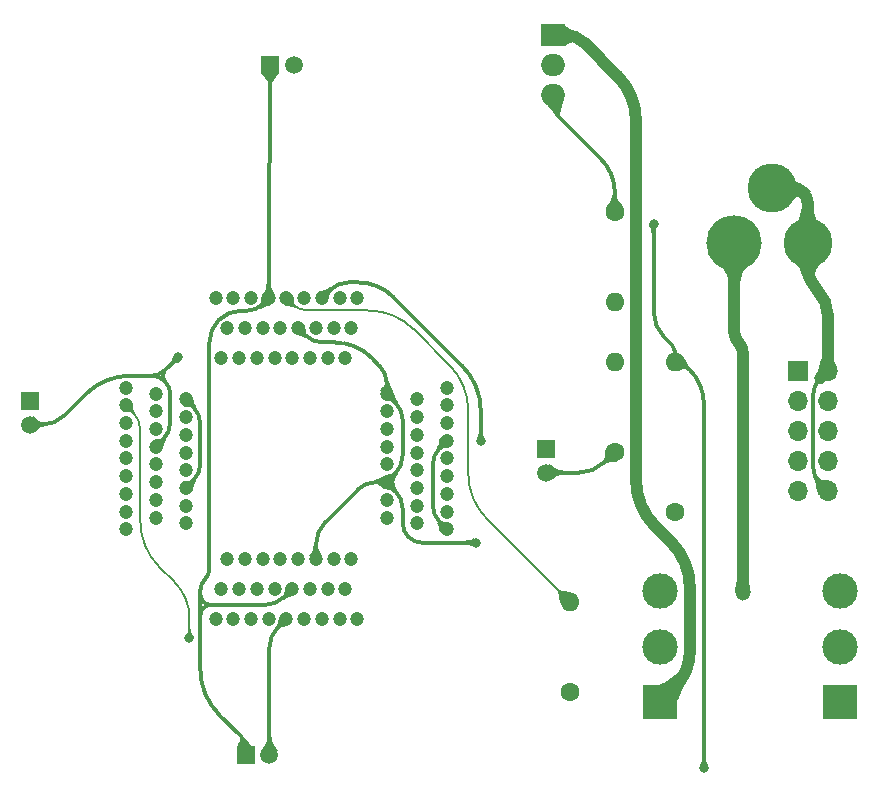
<source format=gbl>
%TF.GenerationSoftware,KiCad,Pcbnew,8.0.7*%
%TF.CreationDate,2025-02-09T12:32:43+02:00*%
%TF.ProjectId,EPM7160S Programmer,45504d37-3136-4305-9320-50726f677261,V0*%
%TF.SameCoordinates,Original*%
%TF.FileFunction,Copper,L2,Bot*%
%TF.FilePolarity,Positive*%
%FSLAX46Y46*%
G04 Gerber Fmt 4.6, Leading zero omitted, Abs format (unit mm)*
G04 Created by KiCad (PCBNEW 8.0.7) date 2025-02-09 12:32:43*
%MOMM*%
%LPD*%
G01*
G04 APERTURE LIST*
%TA.AperFunction,ComponentPad*%
%ADD10R,1.500000X1.500000*%
%TD*%
%TA.AperFunction,ComponentPad*%
%ADD11C,1.500000*%
%TD*%
%TA.AperFunction,ComponentPad*%
%ADD12C,1.600000*%
%TD*%
%TA.AperFunction,ComponentPad*%
%ADD13O,1.600000X1.600000*%
%TD*%
%TA.AperFunction,ComponentPad*%
%ADD14C,4.700000*%
%TD*%
%TA.AperFunction,ComponentPad*%
%ADD15C,4.150000*%
%TD*%
%TA.AperFunction,ComponentPad*%
%ADD16R,3.000000X3.000000*%
%TD*%
%TA.AperFunction,ComponentPad*%
%ADD17C,3.000000*%
%TD*%
%TA.AperFunction,ComponentPad*%
%ADD18R,2.000000X1.905000*%
%TD*%
%TA.AperFunction,ComponentPad*%
%ADD19O,2.000000X1.905000*%
%TD*%
%TA.AperFunction,ComponentPad*%
%ADD20R,1.700000X1.700000*%
%TD*%
%TA.AperFunction,ComponentPad*%
%ADD21O,1.700000X1.700000*%
%TD*%
%TA.AperFunction,ComponentPad*%
%ADD22C,1.200000*%
%TD*%
%TA.AperFunction,ViaPad*%
%ADD23C,0.800000*%
%TD*%
%TA.AperFunction,ViaPad*%
%ADD24C,1.300000*%
%TD*%
%TA.AperFunction,Conductor*%
%ADD25C,0.380000*%
%TD*%
%TA.AperFunction,Conductor*%
%ADD26C,1.000000*%
%TD*%
%TA.AperFunction,Conductor*%
%ADD27C,0.200000*%
%TD*%
G04 APERTURE END LIST*
D10*
%TO.P,C1,1*%
%TO.N,/VCCINT*%
X10356000Y20320000D03*
D11*
%TO.P,C1,2*%
%TO.N,/GND*%
X12356000Y20320000D03*
%TD*%
D12*
%TO.P,R4,1*%
%TO.N,Net-(S1-P1)*%
X35724000Y-32749000D03*
D13*
%TO.P,R4,2*%
%TO.N,/INPUT{slash}OE1*%
X35724000Y-25129000D03*
%TD*%
D14*
%TO.P,J2,INNER,VCC*%
%TO.N,/12V Socket*%
X49657000Y5207000D03*
D15*
%TO.P,J2,SHL1,GND*%
%TO.N,/GND*%
X52857000Y9907000D03*
%TO.P,J2,SHL2,GND*%
X55857000Y5207000D03*
%TD*%
D16*
%TO.P,S2,1,P1*%
%TO.N,/12V*%
X43344000Y-33638000D03*
D17*
%TO.P,S2,2,CM*%
%TO.N,/12V Socket*%
X43344000Y-28939000D03*
%TO.P,S2,3,P2*%
%TO.N,unconnected-(S2-P2-Pad3)*%
X43344000Y-24240000D03*
%TD*%
D18*
%TO.P,U1,1,IN*%
%TO.N,/12V*%
X34290000Y22860000D03*
D19*
%TO.P,U1,2,GND*%
%TO.N,/GND*%
X34290000Y20320000D03*
%TO.P,U1,3,OUT*%
%TO.N,/5V*%
X34290000Y17780000D03*
%TD*%
D12*
%TO.P,R1,1*%
%TO.N,Net-(J3-Pin_4)*%
X44614000Y-17509000D03*
D13*
%TO.P,R1,2*%
%TO.N,/5V*%
X44614000Y-4809000D03*
%TD*%
D10*
%TO.P,C3,1*%
%TO.N,/VCCIO*%
X33692000Y-12191000D03*
D11*
%TO.P,C3,2*%
%TO.N,/GND*%
X33692000Y-14191000D03*
%TD*%
D20*
%TO.P,J3,1,Pin_1*%
%TO.N,/TCK*%
X55028000Y-5571000D03*
D21*
%TO.P,J3,2,Pin_2*%
%TO.N,/GND*%
X57568000Y-5571000D03*
%TO.P,J3,3,Pin_3*%
%TO.N,/TDO*%
X55028000Y-8111000D03*
%TO.P,J3,4,Pin_4*%
%TO.N,Net-(J3-Pin_4)*%
X57568000Y-8111000D03*
%TO.P,J3,5,Pin_5*%
%TO.N,/TMS*%
X55028000Y-10651000D03*
%TO.P,J3,6,Pin_6*%
%TO.N,unconnected-(J3-Pin_6-Pad6)*%
X57568000Y-10651000D03*
%TO.P,J3,7,Pin_7*%
%TO.N,unconnected-(J3-Pin_7-Pad7)*%
X55028000Y-13191000D03*
%TO.P,J3,8,Pin_8*%
%TO.N,unconnected-(J3-Pin_8-Pad8)*%
X57568000Y-13191000D03*
%TO.P,J3,9,Pin_9*%
%TO.N,/TDI*%
X55028000Y-15731000D03*
%TO.P,J3,10,Pin_10*%
%TO.N,/GND*%
X57568000Y-15731000D03*
%TD*%
D12*
%TO.P,R2,1*%
%TO.N,/GND*%
X39534000Y-12429000D03*
D13*
%TO.P,R2,2*%
%TO.N,/TCK*%
X39534000Y-4809000D03*
%TD*%
D12*
%TO.P,R3,1*%
%TO.N,/5V*%
X39534000Y7891000D03*
D13*
%TO.P,R3,2*%
%TO.N,/TMS*%
X39534000Y271000D03*
%TD*%
D22*
%TO.P,J1,1,1*%
%TO.N,/L1*%
X-1850000Y-7000000D03*
%TO.P,J1,2,2*%
%TO.N,/L2*%
X690000Y-7500000D03*
%TO.P,J1,3,3*%
%TO.N,/VCCIO*%
X3230000Y-8000000D03*
%TO.P,J1,4,4*%
%TO.N,/TDI*%
X-1850000Y-8500000D03*
%TO.P,J1,5,5*%
%TO.N,/L5*%
X690000Y-9000000D03*
%TO.P,J1,6,6*%
%TO.N,/L6*%
X3230000Y-9500000D03*
%TO.P,J1,7,7*%
%TO.N,/L7*%
X-1850000Y-10000000D03*
%TO.P,J1,8,8*%
%TO.N,/L8*%
X690000Y-10500000D03*
%TO.P,J1,9,9*%
%TO.N,/L9*%
X3230000Y-11000000D03*
%TO.P,J1,10,10*%
%TO.N,/L10*%
X-1850000Y-11500000D03*
%TO.P,J1,11,11*%
%TO.N,/GND*%
X690000Y-12000000D03*
%TO.P,J1,12,12*%
%TO.N,/L12*%
X3230000Y-12500000D03*
%TO.P,J1,13,13*%
%TO.N,/L13*%
X-1850000Y-13000000D03*
%TO.P,J1,14,14*%
%TO.N,/L14*%
X690000Y-13500000D03*
%TO.P,J1,15,15*%
%TO.N,/TMS*%
X3230000Y-14000000D03*
%TO.P,J1,16,16*%
%TO.N,/L16*%
X-1850000Y-14500000D03*
%TO.P,J1,17,17*%
%TO.N,/L17*%
X690000Y-15000000D03*
%TO.P,J1,18,18*%
%TO.N,/VCCIO*%
X3230000Y-15500000D03*
%TO.P,J1,19,19*%
%TO.N,/L19*%
X-1850000Y-16000000D03*
%TO.P,J1,20,20*%
%TO.N,/L20*%
X690000Y-16500000D03*
%TO.P,J1,21,21*%
%TO.N,/L21*%
X3230000Y-17000000D03*
%TO.P,J1,22,22*%
%TO.N,/L22*%
X-1850000Y-17500000D03*
%TO.P,J1,23,23*%
%TO.N,/L23*%
X690000Y-18000000D03*
%TO.P,J1,24,24*%
%TO.N,/L24*%
X3230000Y-18500000D03*
%TO.P,J1,25,25*%
%TO.N,/L25*%
X-1850000Y-19000000D03*
%TO.P,J1,26,26*%
%TO.N,/GND*%
X5730000Y-26580000D03*
%TO.P,J1,27,27*%
%TO.N,/L27*%
X6230000Y-24040000D03*
%TO.P,J1,28,28*%
%TO.N,/L28*%
X6730000Y-21500000D03*
%TO.P,J1,29,29*%
%TO.N,/L29*%
X7230000Y-26580000D03*
%TO.P,J1,30,30*%
%TO.N,/L30*%
X7730000Y-24040000D03*
%TO.P,J1,31,31*%
%TO.N,/L31*%
X8230000Y-21500000D03*
%TO.P,J1,32,32*%
%TO.N,/L32*%
X8730000Y-26580000D03*
%TO.P,J1,33,33*%
%TO.N,/L33*%
X9230000Y-24040000D03*
%TO.P,J1,34,34*%
%TO.N,/VCCIO*%
X9730000Y-21500000D03*
%TO.P,J1,35,35*%
%TO.N,/L35*%
X10230000Y-26580000D03*
%TO.P,J1,36,36*%
%TO.N,/L36*%
X10730000Y-24040000D03*
%TO.P,J1,37,37*%
%TO.N,/L37*%
X11230000Y-21500000D03*
%TO.P,J1,38,38*%
%TO.N,/GND*%
X11730000Y-26580000D03*
%TO.P,J1,39,39*%
%TO.N,/VCCINT*%
X12230000Y-24040000D03*
%TO.P,J1,40,40*%
%TO.N,/L40*%
X12730000Y-21500000D03*
%TO.P,J1,41,41*%
%TO.N,/L41*%
X13230000Y-26580000D03*
%TO.P,J1,42,42*%
%TO.N,/L42*%
X13730000Y-24040000D03*
%TO.P,J1,43,43*%
%TO.N,/GND*%
X14230000Y-21500000D03*
%TO.P,J1,44,44*%
%TO.N,/L44*%
X14730000Y-26580000D03*
%TO.P,J1,45,45*%
%TO.N,/L45*%
X15230000Y-24040000D03*
%TO.P,J1,46,46*%
%TO.N,/L46*%
X15730000Y-21500000D03*
%TO.P,J1,47,47*%
%TO.N,/L47*%
X16230000Y-26580000D03*
%TO.P,J1,48,48*%
%TO.N,/L48*%
X16730000Y-24040000D03*
%TO.P,J1,49,49*%
%TO.N,/L49*%
X17230000Y-21500000D03*
%TO.P,J1,50,50*%
%TO.N,/L50*%
X17730000Y-26580000D03*
%TO.P,J1,51,51*%
%TO.N,/VCCIO*%
X25310000Y-19000000D03*
%TO.P,J1,52,52*%
%TO.N,/L52*%
X22770000Y-18500000D03*
%TO.P,J1,53,53*%
%TO.N,/L53*%
X20230000Y-18000000D03*
%TO.P,J1,54,54*%
%TO.N,/L54*%
X25310000Y-17500000D03*
%TO.P,J1,55,55*%
%TO.N,/L55*%
X22770000Y-17000000D03*
%TO.P,J1,56,56*%
%TO.N,/L56*%
X20230000Y-16500000D03*
%TO.P,J1,57,57*%
%TO.N,/L57*%
X25310000Y-16000000D03*
%TO.P,J1,58,58*%
%TO.N,/L58*%
X22770000Y-15500000D03*
%TO.P,J1,59,59*%
%TO.N,/GND*%
X20230000Y-15000000D03*
%TO.P,J1,60,60*%
%TO.N,/L60*%
X25310000Y-14500000D03*
%TO.P,J1,61,61*%
%TO.N,/L61*%
X22770000Y-14000000D03*
%TO.P,J1,62,62*%
%TO.N,/TCK*%
X20230000Y-13500000D03*
%TO.P,J1,63,63*%
%TO.N,/L63*%
X25310000Y-13000000D03*
%TO.P,J1,64,64*%
%TO.N,/L64*%
X22770000Y-12500000D03*
%TO.P,J1,65,65*%
%TO.N,/L65*%
X20230000Y-12000000D03*
%TO.P,J1,66,66*%
%TO.N,/VCCIO*%
X25310000Y-11500000D03*
%TO.P,J1,67,67*%
%TO.N,/L67*%
X22770000Y-11000000D03*
%TO.P,J1,68,68*%
%TO.N,/L68*%
X20230000Y-10500000D03*
%TO.P,J1,69,69*%
%TO.N,/L69*%
X25310000Y-10000000D03*
%TO.P,J1,70,70*%
%TO.N,/L70*%
X22770000Y-9500000D03*
%TO.P,J1,71,71*%
%TO.N,/L71*%
X20230000Y-9000000D03*
%TO.P,J1,72,72*%
%TO.N,/L72*%
X25310000Y-8500000D03*
%TO.P,J1,73,73*%
%TO.N,/TDO*%
X22770000Y-8000000D03*
%TO.P,J1,74,74*%
%TO.N,/GND*%
X20230000Y-7500000D03*
%TO.P,J1,75,75*%
%TO.N,/L75*%
X25310000Y-7000000D03*
%TO.P,J1,76,76*%
%TO.N,/L76*%
X17730000Y580000D03*
%TO.P,J1,77,77*%
%TO.N,/L77*%
X17230000Y-1960000D03*
%TO.P,J1,78,78*%
%TO.N,/L78*%
X16730000Y-4500000D03*
%TO.P,J1,79,79*%
%TO.N,/L79*%
X16230000Y580000D03*
%TO.P,J1,80,80*%
%TO.N,/L80*%
X15730000Y-1960000D03*
%TO.P,J1,81,81*%
%TO.N,/L81*%
X15230000Y-4500000D03*
%TO.P,J1,82,82*%
%TO.N,/VCCIO*%
X14730000Y580000D03*
%TO.P,J1,83,83*%
%TO.N,/L83*%
X14230000Y-1960000D03*
%TO.P,J1,84,84*%
%TO.N,/L84*%
X13730000Y-4500000D03*
%TO.P,J1,85,85*%
%TO.N,/L85*%
X13230000Y580000D03*
%TO.P,J1,86,86*%
%TO.N,/GND*%
X12730000Y-1960000D03*
%TO.P,J1,87,87*%
%TO.N,/INPUT{slash}GCLK1*%
X12230000Y-4500000D03*
%TO.P,J1,88,88*%
%TO.N,/INPUT{slash}OE1*%
X11730000Y580000D03*
%TO.P,J1,89,89*%
%TO.N,/INPUT{slash}GCLRn*%
X11230000Y-1960000D03*
%TO.P,J1,90,90*%
%TO.N,/INPUT{slash}OE2{slash}GCLK2*%
X10730000Y-4500000D03*
%TO.P,J1,91,91*%
%TO.N,/VCCINT*%
X10230000Y580000D03*
%TO.P,J1,92,92*%
%TO.N,/L92*%
X9730000Y-1960000D03*
%TO.P,J1,93,93*%
%TO.N,/L93*%
X9230000Y-4500000D03*
%TO.P,J1,94,94*%
%TO.N,/L94*%
X8730000Y580000D03*
%TO.P,J1,95,95*%
%TO.N,/GND*%
X8230000Y-1960000D03*
%TO.P,J1,96,96*%
%TO.N,/L96*%
X7730000Y-4500000D03*
%TO.P,J1,97,97*%
%TO.N,/L97*%
X7230000Y580000D03*
%TO.P,J1,98,98*%
%TO.N,/L98*%
X6730000Y-1960000D03*
%TO.P,J1,99,99*%
%TO.N,/L99*%
X6230000Y-4500000D03*
%TO.P,J1,100,100*%
%TO.N,/L100*%
X5730000Y580000D03*
%TD*%
D16*
%TO.P,S1,1,P1*%
%TO.N,Net-(S1-P1)*%
X58584000Y-33638000D03*
D17*
%TO.P,S1,2,CM*%
%TO.N,/12V*%
X58584000Y-28939000D03*
%TO.P,S1,3,P2*%
%TO.N,unconnected-(S1-P2-Pad3)*%
X58584000Y-24240000D03*
%TD*%
D10*
%TO.P,C2,1*%
%TO.N,/VCCINT*%
X8292000Y-38083000D03*
D11*
%TO.P,C2,2*%
%TO.N,/GND*%
X10292000Y-38083000D03*
%TD*%
D10*
%TO.P,C4,1*%
%TO.N,/VCCIO*%
X-9996000Y-8127000D03*
D11*
%TO.P,C4,2*%
%TO.N,/GND*%
X-9996000Y-10127000D03*
%TD*%
D23*
%TO.N,/VCCIO*%
X28194000Y-11500000D03*
%TO.N,/GND*%
X27751500Y-20131500D03*
X2539988Y-4445000D03*
%TO.N,/TDI*%
X3523800Y-28241600D03*
%TO.N,/5V*%
X47085700Y-39224700D03*
X42813900Y6887400D03*
D24*
%TO.N,/12V Socket*%
X50376500Y-24385200D03*
%TD*%
D25*
%TO.N,/5V*%
X34290000Y17107900D02*
G75*
G03*
X34765245Y15960552I1622600J0D01*
G01*
X45849850Y-5448950D02*
G75*
G02*
X47085718Y-8432555I-2983650J-2983650D01*
G01*
X44403352Y-3406652D02*
G75*
G02*
X44613998Y-3915200I-508552J-508548D01*
G01*
X38366990Y12358809D02*
G75*
G02*
X39534005Y9541400I-2817390J-2817409D01*
G01*
X42813900Y-544337D02*
G75*
G03*
X43713961Y-2717239I3073000J37D01*
G01*
%TO.N,/VCCINT*%
X11550000Y-24720000D02*
G75*
G02*
X9908334Y-25400014I-1641700J1641700D01*
G01*
X10293000Y12001000D02*
G75*
G03*
X10229998Y11848904I152100J-152100D01*
G01*
X5332350Y-25400000D02*
G75*
G03*
X4445000Y-26287350I0J-887350D01*
G01*
X4445000Y-24512650D02*
G75*
G03*
X5332350Y-25400000I887350J0D01*
G01*
X9696850Y46850D02*
G75*
G02*
X8409712Y-486305I-1287150J1287150D01*
G01*
X4445000Y-30840336D02*
G75*
G03*
X6038792Y-34688092I5441552J1D01*
G01*
X7910089Y-486300D02*
G75*
G03*
X6001053Y-1277053I11J-2699800D01*
G01*
X4827650Y-23242650D02*
G75*
G03*
X4444997Y-24166448I923790J-923800D01*
G01*
X6001050Y-1277050D02*
G75*
G03*
X5210296Y-3186089I1909050J-1909050D01*
G01*
X5210300Y-22318851D02*
G75*
G02*
X4827652Y-23242652I-1306460J1D01*
G01*
X7888348Y-36537648D02*
G75*
G02*
X8292022Y-37512150I-974548J-974552D01*
G01*
X10356000Y12153095D02*
G75*
G02*
X10292999Y12001001I-215100J5D01*
G01*
X4445000Y-26287350D02*
X4445000Y-24512650D01*
D26*
%TO.N,/GND*%
X55487000Y9537000D02*
G75*
G03*
X54593740Y9907017I-893300J-893300D01*
G01*
D25*
X-1450036Y-5990000D02*
G75*
G03*
X-5297792Y-7583792I1J-5441552D01*
G01*
D26*
X55487000Y9537000D02*
G75*
G02*
X55857017Y8643740I-893300J-893300D01*
G01*
D25*
X18941500Y-4463500D02*
G75*
G03*
X15830785Y-3175006I-3110700J-3110700D01*
G01*
X323877Y-5990000D02*
G75*
G03*
X1441898Y-5526898I-7J1581130D01*
G01*
X1441900Y-6453100D02*
G75*
G03*
X323877Y-5990001I-1118020J-1118020D01*
G01*
X1441899Y-5526899D02*
G75*
G03*
X1441899Y-6453101I463101J-463101D01*
G01*
X1441900Y-6453100D02*
G75*
G02*
X1904999Y-7571122I-1118020J-1118020D01*
G01*
X19611988Y-5133988D02*
G75*
G02*
X20230007Y-6626000I-1491988J-1492012D01*
G01*
X20910000Y-15680000D02*
G75*
G02*
X21590014Y-17321665I-1641700J-1641700D01*
G01*
D26*
X55857000Y3264859D02*
G75*
G03*
X56712512Y1199512I2920900J41D01*
G01*
D25*
X19315500Y-15000000D02*
G75*
G03*
X17754350Y-15646649I0J-2207800D01*
G01*
X21590000Y-18502066D02*
G75*
G03*
X22067240Y-19654260I1629400J-34D01*
G01*
X21590000Y-12678334D02*
G75*
G02*
X20910001Y-14320001I-2321680J4D01*
G01*
D26*
X57568000Y-4672974D02*
G75*
G02*
X56933008Y-6206008I-2168000J-26D01*
G01*
D25*
X20910000Y-8180000D02*
G75*
G02*
X21590014Y-9821665I-1641700J-1641700D01*
G01*
X2531894Y-4445000D02*
G75*
G03*
X2518088Y-4450735I6J-19500D01*
G01*
D26*
X56712500Y1199500D02*
G75*
G02*
X57568017Y-865859I-2065400J-2065400D01*
G01*
D25*
X13337500Y-2567500D02*
G75*
G03*
X14804134Y-3174986I1466600J1466600D01*
G01*
X22067250Y-19654250D02*
G75*
G03*
X23219433Y-20131486I1152150J1152150D01*
G01*
X56298000Y-13562974D02*
G75*
G03*
X56932992Y-15096008I2168000J-26D01*
G01*
X15053425Y-18347574D02*
G75*
G03*
X14230013Y-20335500I1987975J-1987926D01*
G01*
X56933000Y-6206000D02*
G75*
G03*
X56298011Y-7739025I1533000J-1533000D01*
G01*
X11011000Y-27299000D02*
G75*
G03*
X10292008Y-29034819I1735800J-1735800D01*
G01*
X38653000Y-13310000D02*
G75*
G02*
X36526077Y-14190991I-2126900J2126900D01*
G01*
X1905000Y-9925865D02*
G75*
G02*
X1297500Y-11392500I-2074146J4D01*
G01*
X-7079092Y-9365092D02*
G75*
G02*
X-8918500Y-10127000I-1839410J1839411D01*
G01*
D26*
X55857000Y6783000D02*
X55857000Y3631000D01*
D25*
%TO.N,/VCCIO*%
X20796497Y666502D02*
G75*
G03*
X17806500Y1904998I-2989997J-2990002D01*
G01*
X24130000Y-16985613D02*
G75*
G03*
X24720004Y-18409996I2014400J13D01*
G01*
X4445000Y-13425865D02*
G75*
G02*
X3837501Y-14892501I-2074150J5D01*
G01*
X16991916Y1905000D02*
G75*
G03*
X15392495Y1242505I-16J-2261900D01*
G01*
X3837500Y-8607500D02*
G75*
G02*
X4445002Y-10074134I-1466640J-1466640D01*
G01*
X26600207Y-5137207D02*
G75*
G02*
X28194011Y-8984963I-3847807J-3847793D01*
G01*
X24720000Y-12090000D02*
G75*
G03*
X24129994Y-13514386I1424400J-1424400D01*
G01*
D26*
%TO.N,/12V*%
X41335700Y-14857936D02*
G75*
G03*
X42929490Y-18705694I5441550J-4D01*
G01*
X36999407Y22152292D02*
G75*
G03*
X35290850Y22860025I-1708607J-1708592D01*
G01*
X44300207Y-20076407D02*
G75*
G02*
X45894011Y-23924163I-3847807J-3847793D01*
G01*
X45894000Y-29284877D02*
G75*
G02*
X44619007Y-32363007I-4353100J-23D01*
G01*
X39741907Y19409792D02*
G75*
G02*
X41335710Y15562036I-3847807J-3847792D01*
G01*
%TO.N,/12V Socket*%
X49657000Y-2327736D02*
G75*
G03*
X50016761Y-3196239I1228300J36D01*
G01*
X50016750Y-3196250D02*
G75*
G02*
X50376515Y-4064763I-868550J-868550D01*
G01*
D27*
%TO.N,/INPUT{slash}OE1*%
X12255100Y54900D02*
G75*
G03*
X13522803Y-470199I1267700J1267700D01*
G01*
X22510992Y-2063992D02*
G75*
G03*
X18663236Y-470203I-3847752J-3847758D01*
G01*
X25531907Y-5084907D02*
G75*
G02*
X27125711Y-8932663I-3847807J-3847793D01*
G01*
X27125700Y-14276736D02*
G75*
G03*
X28719490Y-18124494I5441550J-4D01*
G01*
%TO.N,/TDI*%
X-634999Y-18320036D02*
G75*
G03*
X958792Y-22167792I5441557J2D01*
G01*
X2283251Y-23492251D02*
G75*
G02*
X3523800Y-26487200I-2994956J-2994952D01*
G01*
X-1242500Y-9107500D02*
G75*
G02*
X-635000Y-10574134I-1466630J-1466633D01*
G01*
D25*
%TO.N,/VCCIO*%
X28194000Y-11500000D02*
X28194000Y-8984963D01*
X20796497Y666502D02*
X26600207Y-5137207D01*
X15392500Y1242500D02*
X14730000Y580000D01*
X24720000Y-12090000D02*
X25310000Y-11500000D01*
X3837500Y-8607500D02*
X3230000Y-8000000D01*
X24720000Y-18410000D02*
X25310000Y-19000000D01*
X17806500Y1904999D02*
X16991916Y1905000D01*
X3837500Y-14892500D02*
X3230000Y-15500000D01*
X4445000Y-13425865D02*
X4445000Y-10074134D01*
X24130000Y-16985613D02*
X24130000Y-13514386D01*
%TO.N,/GND*%
X21590000Y-12678334D02*
X21590000Y-9821665D01*
X-1450036Y-5990000D02*
X323877Y-5990000D01*
D26*
X55857000Y8643740D02*
X55857000Y6783000D01*
D25*
X2531894Y-4445000D02*
X2539988Y-4445000D01*
X36526077Y-14191000D02*
X33692000Y-14191000D01*
X11011000Y-27299000D02*
X11730000Y-26580000D01*
D26*
X55857000Y3631000D02*
X55857000Y3264859D01*
D25*
X56933000Y-15096000D02*
X57568000Y-15731000D01*
X15830785Y-3175000D02*
X14804134Y-3175000D01*
X56298000Y-13562974D02*
X56298000Y-7739025D01*
X14230000Y-20335500D02*
X14230000Y-21500000D01*
X13337500Y-2567500D02*
X12730000Y-1960000D01*
X1297500Y-11392500D02*
X690000Y-12000000D01*
D26*
X57568000Y-4672974D02*
X57568000Y-865859D01*
D25*
X27751500Y-20131500D02*
X23219433Y-20131500D01*
X-5297792Y-7583792D02*
X-7079092Y-9365092D01*
X21590000Y-17321665D02*
X21590000Y-18502066D01*
D26*
X54593740Y9907000D02*
X52857000Y9907000D01*
D25*
X-8918500Y-10127000D02*
X-9996000Y-10127000D01*
X20230000Y-7500000D02*
X20230000Y-6626000D01*
X19315500Y-15000000D02*
X20230000Y-15000000D01*
X20910000Y-14320000D02*
X20230000Y-15000000D01*
X38653000Y-13310000D02*
X39534000Y-12429000D01*
X20230000Y-7500000D02*
X20910000Y-8180000D01*
X1441899Y-5526899D02*
X2518076Y-4450723D01*
X18941500Y-4463500D02*
X19611988Y-5133988D01*
X1905000Y-7571122D02*
X1905000Y-9925865D01*
X10292000Y-29034819D02*
X10292000Y-38083000D01*
X20910000Y-15680000D02*
X20230000Y-15000000D01*
X17754350Y-15646649D02*
X15053425Y-18347574D01*
D27*
%TO.N,/TDI*%
X-634999Y-18320036D02*
X-635000Y-10574134D01*
X-1242500Y-9107500D02*
X-1850000Y-8500000D01*
X3523800Y-26487200D02*
X3523800Y-28241600D01*
X958792Y-22167792D02*
X2283251Y-23492251D01*
%TO.N,/INPUT{slash}OE1*%
X12255100Y54900D02*
X11730000Y580000D01*
X13522803Y-470200D02*
X18663236Y-470200D01*
X27125700Y-8932663D02*
X27125700Y-14276736D01*
X28719492Y-18124492D02*
X35724000Y-25129000D01*
X22510992Y-2063992D02*
X25531907Y-5084907D01*
D25*
%TO.N,/VCCINT*%
X4445000Y-26287350D02*
X4445000Y-30840336D01*
X10356000Y12153095D02*
X10356000Y20320000D01*
X9908334Y-25400000D02*
X5332350Y-25400000D01*
X4445000Y-24512650D02*
X4445000Y-24166448D01*
X11550000Y-24720000D02*
X12230000Y-24040000D01*
X9696850Y46850D02*
X10230000Y580000D01*
X8409712Y-486300D02*
X7910089Y-486300D01*
X10230000Y11848904D02*
X10230000Y580000D01*
X6038792Y-34688092D02*
X7888348Y-36537648D01*
X5210300Y-3186089D02*
X5210300Y-22318851D01*
X8292000Y-37512150D02*
X8292000Y-38083000D01*
%TO.N,/5V*%
X44614000Y-4213100D02*
X44614000Y-3915200D01*
X44614000Y-4213100D02*
X45849850Y-5448950D01*
X42813900Y6887400D02*
X42813900Y-544337D01*
X34765246Y15960553D02*
X38366990Y12358809D01*
X39534000Y9541400D02*
X39534000Y7891000D01*
X47085700Y-8432555D02*
X47085700Y-39224700D01*
X44403352Y-3406652D02*
X43713950Y-2717250D01*
D26*
%TO.N,/12V Socket*%
X49657000Y-2327736D02*
X49657000Y5207000D01*
X50376500Y-24385200D02*
X50376500Y-4064763D01*
%TO.N,/12V*%
X36999407Y22152292D02*
X39741907Y19409792D01*
X35290850Y22860000D02*
X34290000Y22860000D01*
X41335700Y-14857936D02*
X41335700Y15562036D01*
X44619000Y-32363000D02*
X43344000Y-33638000D01*
X45894000Y-23924163D02*
X45894000Y-29284877D01*
X42929492Y-18705692D02*
X44300207Y-20076407D01*
%TD*%
%TA.AperFunction,Conductor*%
%TO.N,/5V*%
G36*
X35257963Y17596784D02*
G01*
X35265451Y17591874D01*
X35267275Y17583106D01*
X35266710Y17581115D01*
X35193589Y17389647D01*
X35115481Y17139368D01*
X35115480Y17139363D01*
X35037371Y16843339D01*
X34959259Y16501545D01*
X34881875Y16117605D01*
X34878535Y16111502D01*
X34752223Y15989486D01*
X34618255Y15860076D01*
X34609926Y15856794D01*
X34601713Y15860363D01*
X34600200Y15862302D01*
X34376383Y16221682D01*
X34144918Y16547591D01*
X33913454Y16827750D01*
X33681989Y17062159D01*
X33463129Y17240545D01*
X33458882Y17248427D01*
X33461453Y17257005D01*
X33464273Y17259504D01*
X34285405Y17778254D01*
X34293837Y17779858D01*
X35257963Y17596784D01*
G37*
%TD.AperFunction*%
%TD*%
%TA.AperFunction,Conductor*%
%TO.N,/VCCINT*%
G36*
X8147700Y-36546338D02*
G01*
X8147938Y-36546679D01*
X8290217Y-36757932D01*
X8292882Y-36761889D01*
X8444599Y-36954160D01*
X8596316Y-37113435D01*
X8748033Y-37239715D01*
X8854104Y-37304934D01*
X8888409Y-37326027D01*
X8893662Y-37333280D01*
X8892248Y-37342122D01*
X8891379Y-37343351D01*
X8300764Y-38073696D01*
X8292897Y-38077974D01*
X8284309Y-38075437D01*
X8283392Y-38074611D01*
X7549253Y-37340255D01*
X7545827Y-37331981D01*
X7548244Y-37324864D01*
X7600348Y-37256976D01*
X7658696Y-37161662D01*
X7717043Y-37047058D01*
X7775391Y-36913164D01*
X7832501Y-36763230D01*
X7836554Y-36757935D01*
X8131358Y-36543748D01*
X8140064Y-36541659D01*
X8147700Y-36546338D01*
G37*
%TD.AperFunction*%
%TD*%
%TA.AperFunction,Conductor*%
%TO.N,/GND*%
G36*
X54837375Y10504254D02*
G01*
X54840107Y10502233D01*
X54961930Y10381041D01*
X55213493Y10265440D01*
X55213619Y10265381D01*
X55529183Y10115801D01*
X55530966Y10114754D01*
X55850326Y9886976D01*
X55852872Y9884498D01*
X56110269Y9543354D01*
X56112516Y9534686D01*
X56107976Y9526967D01*
X56106244Y9525884D01*
X55236479Y9082702D01*
X55234246Y9081564D01*
X55225319Y9080862D01*
X55221820Y9082700D01*
X55067724Y9200795D01*
X54873899Y9113395D01*
X54678370Y8912151D01*
X54563148Y8759308D01*
X54513288Y8693170D01*
X54418411Y8562988D01*
X54410769Y8558320D01*
X54402065Y8560424D01*
X54401281Y8561048D01*
X52872476Y9894001D01*
X52868493Y9902020D01*
X52871347Y9910508D01*
X52876775Y9914017D01*
X54828464Y10505136D01*
X54837375Y10504254D01*
G37*
%TD.AperFunction*%
%TD*%
%TA.AperFunction,Conductor*%
%TO.N,/GND*%
G36*
X55863302Y5194478D02*
G01*
X55868168Y5190250D01*
X56975951Y3485654D01*
X56977586Y3476849D01*
X56973563Y3470234D01*
X56853958Y3372093D01*
X56853952Y3372088D01*
X56739690Y3240237D01*
X56698576Y3192795D01*
X56698574Y3192793D01*
X56698574Y3192792D01*
X56563315Y2950588D01*
X56563314Y2950584D01*
X56495977Y2657080D01*
X56542980Y2333418D01*
X56540777Y2324739D01*
X56535265Y2320694D01*
X55611580Y1997475D01*
X55602642Y1997977D01*
X55596675Y2004654D01*
X55596667Y2004674D01*
X55462999Y2392589D01*
X55339521Y2741332D01*
X55223365Y3025308D01*
X55107845Y3230006D01*
X54992626Y3335121D01*
X54988824Y3343227D01*
X54989907Y3348704D01*
X55847754Y5188818D01*
X55854355Y5194868D01*
X55863302Y5194478D01*
G37*
%TD.AperFunction*%
%TD*%
%TA.AperFunction,Conductor*%
%TO.N,/GND*%
G36*
X58064702Y-3874542D02*
G01*
X58068128Y-3882685D01*
X58071881Y-4221352D01*
X58091060Y-4471444D01*
X58136830Y-4683872D01*
X58220464Y-4921086D01*
X58220475Y-4921116D01*
X58275999Y-5056811D01*
X58348890Y-5234948D01*
X58348851Y-5243903D01*
X58342550Y-5250184D01*
X57572489Y-5570134D01*
X57563534Y-5570143D01*
X57563511Y-5570134D01*
X56793449Y-5250184D01*
X56787124Y-5243845D01*
X56787109Y-5234948D01*
X56915524Y-4921116D01*
X56999172Y-4683860D01*
X57044938Y-4471444D01*
X57064116Y-4221364D01*
X57067872Y-3882685D01*
X57071390Y-3874451D01*
X57079571Y-3871115D01*
X58056429Y-3871115D01*
X58064702Y-3874542D01*
G37*
%TD.AperFunction*%
%TD*%
%TA.AperFunction,Conductor*%
%TO.N,/12V*%
G36*
X44967060Y-31069693D02*
G01*
X45815515Y-31559548D01*
X45820966Y-31566653D01*
X45819798Y-31575531D01*
X45819609Y-31575846D01*
X45629581Y-31882365D01*
X45433174Y-32229176D01*
X45236786Y-32605955D01*
X45040397Y-33012733D01*
X44846692Y-33443543D01*
X44840174Y-33449683D01*
X44837486Y-33450353D01*
X43356582Y-33637215D01*
X43347945Y-33634851D01*
X43343509Y-33627072D01*
X43343417Y-33625681D01*
X43342306Y-33450353D01*
X43334041Y-32145445D01*
X43337416Y-32137151D01*
X43340719Y-32134804D01*
X43659184Y-31983517D01*
X43984374Y-31799034D01*
X44309565Y-31584551D01*
X44634755Y-31340068D01*
X44953667Y-31070885D01*
X44962198Y-31068169D01*
X44967060Y-31069693D01*
G37*
%TD.AperFunction*%
%TD*%
%TA.AperFunction,Conductor*%
%TO.N,/VCCIO*%
G36*
X28381010Y-10703427D02*
G01*
X28384429Y-10711255D01*
X28390340Y-10866418D01*
X28410202Y-10983412D01*
X28444853Y-11081908D01*
X28444858Y-11081921D01*
X28495483Y-11192636D01*
X28495548Y-11192779D01*
X28558732Y-11336001D01*
X28558936Y-11344953D01*
X28552749Y-11351428D01*
X28552529Y-11351522D01*
X28198502Y-11499123D01*
X28189548Y-11499144D01*
X28189498Y-11499123D01*
X27835470Y-11351522D01*
X27829152Y-11345175D01*
X27829173Y-11336221D01*
X27829236Y-11336071D01*
X27892450Y-11192779D01*
X27943145Y-11081907D01*
X27977794Y-10983416D01*
X27997658Y-10866412D01*
X28003571Y-10711253D01*
X28007311Y-10703118D01*
X28015263Y-10700000D01*
X28372737Y-10700000D01*
X28381010Y-10703427D01*
G37*
%TD.AperFunction*%
%TD*%
%TA.AperFunction,Conductor*%
%TO.N,/VCCIO*%
G36*
X15389764Y1487742D02*
G01*
X15608095Y1203206D01*
X15610413Y1194557D01*
X15607028Y1187753D01*
X15458585Y1041389D01*
X15392780Y899105D01*
X15371863Y749144D01*
X15350868Y573588D01*
X15350461Y571626D01*
X15288034Y362790D01*
X15282381Y355845D01*
X15273473Y354931D01*
X15272384Y355317D01*
X14733704Y577536D01*
X14727365Y583857D01*
X14505076Y1122963D01*
X14505091Y1131917D01*
X14511433Y1138239D01*
X14511974Y1138446D01*
X14724588Y1214034D01*
X14725607Y1214345D01*
X14892466Y1257028D01*
X14892474Y1257030D01*
X14892485Y1257033D01*
X14914625Y1263072D01*
X15035793Y1296124D01*
X15188244Y1364829D01*
X15373931Y1490314D01*
X15382704Y1492107D01*
X15389764Y1487742D01*
G37*
%TD.AperFunction*%
%TD*%
%TA.AperFunction,Conductor*%
%TO.N,/VCCIO*%
G36*
X24767274Y-11275173D02*
G01*
X25306108Y-11497351D01*
X25312450Y-11503673D01*
X25312464Y-11503706D01*
X25534552Y-12042067D01*
X25534539Y-12051022D01*
X25528198Y-12057345D01*
X25526814Y-12057817D01*
X25343268Y-12107870D01*
X25340736Y-12108269D01*
X25182450Y-12115658D01*
X25182340Y-12115663D01*
X25045400Y-12120774D01*
X25045394Y-12120775D01*
X24915964Y-12167628D01*
X24915961Y-12167630D01*
X24786100Y-12293297D01*
X24777772Y-12296587D01*
X24770841Y-12294171D01*
X24485921Y-12075542D01*
X24481444Y-12067787D01*
X24483205Y-12059930D01*
X24589631Y-11894614D01*
X24639935Y-11755467D01*
X24661942Y-11623645D01*
X24689157Y-11472064D01*
X24689564Y-11470462D01*
X24751727Y-11282328D01*
X24757576Y-11275548D01*
X24766507Y-11274890D01*
X24767274Y-11275173D01*
G37*
%TD.AperFunction*%
%TD*%
%TA.AperFunction,Conductor*%
%TO.N,/VCCIO*%
G36*
X3781727Y-7775169D02*
G01*
X3788049Y-7781511D01*
X3788319Y-7782235D01*
X3853706Y-7976262D01*
X3854093Y-7977711D01*
X3885046Y-8133007D01*
X3885057Y-8133064D01*
X3911185Y-8267629D01*
X3911186Y-8267631D01*
X3911188Y-8267636D01*
X3965933Y-8410014D01*
X3965934Y-8410015D01*
X4076927Y-8580220D01*
X4078576Y-8589022D01*
X4074249Y-8595893D01*
X3789428Y-8814443D01*
X3780779Y-8816761D01*
X3774119Y-8813518D01*
X3640297Y-8682398D01*
X3507742Y-8630959D01*
X3507740Y-8630958D01*
X3507738Y-8630958D01*
X3367646Y-8622004D01*
X3367635Y-8621998D01*
X3367625Y-8622003D01*
X3205079Y-8611306D01*
X3202696Y-8610899D01*
X3013080Y-8557876D01*
X3006036Y-8552348D01*
X3004963Y-8543457D01*
X3005415Y-8542146D01*
X3227536Y-8003704D01*
X3233857Y-7997365D01*
X3772774Y-7775154D01*
X3781727Y-7775169D01*
G37*
%TD.AperFunction*%
%TD*%
%TA.AperFunction,Conductor*%
%TO.N,/VCCIO*%
G36*
X24786098Y-18206701D02*
G01*
X24915963Y-18332369D01*
X25045400Y-18379224D01*
X25182355Y-18384336D01*
X25340743Y-18391729D01*
X25343261Y-18392126D01*
X25526814Y-18442182D01*
X25533894Y-18447665D01*
X25535024Y-18456548D01*
X25534552Y-18457932D01*
X25312464Y-18996293D01*
X25306141Y-19002634D01*
X25306108Y-19002648D01*
X24767296Y-19224817D01*
X24758341Y-19224802D01*
X24752019Y-19218460D01*
X24751727Y-19217671D01*
X24689564Y-19029537D01*
X24689157Y-19027934D01*
X24661942Y-18876353D01*
X24661918Y-18876212D01*
X24639935Y-18744532D01*
X24589632Y-18605386D01*
X24589631Y-18605384D01*
X24483205Y-18440070D01*
X24481609Y-18431261D01*
X24485919Y-18424459D01*
X24770843Y-18205827D01*
X24779491Y-18203510D01*
X24786098Y-18206701D01*
G37*
%TD.AperFunction*%
%TD*%
%TA.AperFunction,Conductor*%
%TO.N,/VCCIO*%
G36*
X3789425Y-14685555D02*
G01*
X4054263Y-14888771D01*
X4074248Y-14904106D01*
X4078726Y-14911861D01*
X4076926Y-14919779D01*
X3965934Y-15089982D01*
X3965933Y-15089984D01*
X3911187Y-15232363D01*
X3885046Y-15366992D01*
X3854092Y-15522287D01*
X3853705Y-15523736D01*
X3788319Y-15717764D01*
X3782430Y-15724510D01*
X3773496Y-15725115D01*
X3772772Y-15724845D01*
X3233891Y-15502648D01*
X3227549Y-15496326D01*
X3005415Y-14957853D01*
X3005428Y-14948898D01*
X3011769Y-14942575D01*
X3013075Y-14942124D01*
X3202698Y-14889097D01*
X3205078Y-14888691D01*
X3367624Y-14877995D01*
X3367624Y-14878002D01*
X3367643Y-14877993D01*
X3507741Y-14869039D01*
X3640297Y-14817600D01*
X3774119Y-14686479D01*
X3782424Y-14683139D01*
X3789425Y-14685555D01*
G37*
%TD.AperFunction*%
%TD*%
%TA.AperFunction,Conductor*%
%TO.N,/GND*%
G36*
X56354566Y8278573D02*
G01*
X56357947Y8271335D01*
X56390924Y7899965D01*
X56390926Y7899955D01*
X56478773Y7574236D01*
X56478778Y7574224D01*
X56599666Y7313259D01*
X56732702Y7125541D01*
X56732705Y7125537D01*
X56849737Y7025728D01*
X56853808Y7017752D01*
X56852391Y7011176D01*
X55867246Y5224581D01*
X55860250Y5218991D01*
X55851350Y5219985D01*
X55846754Y5224581D01*
X54861607Y7011178D01*
X54860614Y7020076D01*
X54864262Y7025728D01*
X54981293Y7125537D01*
X54981293Y7125538D01*
X54981296Y7125540D01*
X55114333Y7313261D01*
X55235222Y7574227D01*
X55235223Y7574232D01*
X55235225Y7574236D01*
X55323072Y7899955D01*
X55323074Y7899965D01*
X55356053Y8271335D01*
X55360198Y8279273D01*
X55367707Y8282000D01*
X56346293Y8282000D01*
X56354566Y8278573D01*
G37*
%TD.AperFunction*%
%TD*%
%TA.AperFunction,Conductor*%
%TO.N,/GND*%
G36*
X33989482Y-13503385D02*
G01*
X33990245Y-13503735D01*
X34274408Y-13646546D01*
X34275669Y-13647282D01*
X34478940Y-13783658D01*
X34611801Y-13868165D01*
X34656090Y-13896336D01*
X34871963Y-13972817D01*
X35181326Y-14000060D01*
X35189267Y-14004199D01*
X35192000Y-14011715D01*
X35192000Y-14370284D01*
X35188573Y-14378557D01*
X35181326Y-14381939D01*
X34871962Y-14409182D01*
X34656090Y-14485662D01*
X34656089Y-14485663D01*
X34478940Y-14598340D01*
X34275669Y-14734716D01*
X34274405Y-14735454D01*
X33990245Y-14878264D01*
X33981314Y-14878917D01*
X33974537Y-14873064D01*
X33974193Y-14872315D01*
X33692865Y-14195489D01*
X33692855Y-14186536D01*
X33974188Y-13509696D01*
X33980527Y-13503374D01*
X33989482Y-13503385D01*
G37*
%TD.AperFunction*%
%TD*%
%TA.AperFunction,Conductor*%
%TO.N,/GND*%
G36*
X11186876Y-26355010D02*
G01*
X11363473Y-26427826D01*
X11726108Y-26577351D01*
X11732450Y-26583673D01*
X11732464Y-26583706D01*
X11954748Y-27122544D01*
X11954735Y-27131499D01*
X11948394Y-27137822D01*
X11947453Y-27138164D01*
X11718748Y-27210345D01*
X11717153Y-27210727D01*
X11528306Y-27242250D01*
X11368455Y-27275343D01*
X11368452Y-27275344D01*
X11216301Y-27355901D01*
X11216297Y-27355903D01*
X11056953Y-27522379D01*
X11048757Y-27525986D01*
X11041379Y-27523571D01*
X10757091Y-27305430D01*
X10752613Y-27297675D01*
X10754611Y-27289462D01*
X10895147Y-27087701D01*
X10978138Y-26924984D01*
X11030413Y-26772908D01*
X11085095Y-26594197D01*
X11085298Y-26593598D01*
X11171450Y-26361750D01*
X11177543Y-26355190D01*
X11186491Y-26354860D01*
X11186876Y-26355010D01*
G37*
%TD.AperFunction*%
%TD*%
%TA.AperFunction,Conductor*%
%TO.N,/GND*%
G36*
X56681707Y-14414668D02*
G01*
X56841791Y-14673959D01*
X56841792Y-14673960D01*
X56841793Y-14673961D01*
X57037732Y-14788373D01*
X57272692Y-14822852D01*
X57546657Y-14849987D01*
X57554055Y-14850720D01*
X57556063Y-14851098D01*
X57880596Y-14942143D01*
X57887636Y-14947677D01*
X57888701Y-14956568D01*
X57888249Y-14957876D01*
X57570238Y-15727430D01*
X57563911Y-15733768D01*
X57563890Y-15733777D01*
X56793955Y-16051634D01*
X56785000Y-16051623D01*
X56778675Y-16045284D01*
X56778516Y-16044875D01*
X56648670Y-15691094D01*
X56648336Y-15690025D01*
X56578468Y-15422294D01*
X56578343Y-15421757D01*
X56529700Y-15185865D01*
X56459620Y-14917317D01*
X56329271Y-14562152D01*
X56329638Y-14553206D01*
X56335777Y-14547313D01*
X56667278Y-14410005D01*
X56676229Y-14410005D01*
X56681707Y-14414668D01*
G37*
%TD.AperFunction*%
%TD*%
%TA.AperFunction,Conductor*%
%TO.N,/GND*%
G36*
X14409210Y-20337842D02*
G01*
X14417438Y-20341377D01*
X14420729Y-20348731D01*
X14436974Y-20582747D01*
X14436974Y-20582750D01*
X14489332Y-20746380D01*
X14490241Y-20749221D01*
X14570263Y-20884552D01*
X14571448Y-20886555D01*
X14671905Y-21043348D01*
X14672540Y-21044471D01*
X14778788Y-21259195D01*
X14779386Y-21268130D01*
X14773491Y-21274870D01*
X14772796Y-21275187D01*
X14234479Y-21499129D01*
X14225524Y-21499142D01*
X14225491Y-21499128D01*
X13825836Y-21332862D01*
X13687141Y-21275161D01*
X13680820Y-21268821D01*
X13680834Y-21259866D01*
X13681111Y-21259250D01*
X13786569Y-21043302D01*
X13787132Y-21042284D01*
X13885158Y-20884547D01*
X13964348Y-20746386D01*
X13964350Y-20746380D01*
X14018073Y-20578986D01*
X14018073Y-20578983D01*
X14018074Y-20578981D01*
X14039053Y-20343815D01*
X14043202Y-20335881D01*
X14050858Y-20333158D01*
X14409210Y-20337842D01*
G37*
%TD.AperFunction*%
%TD*%
%TA.AperFunction,Conductor*%
%TO.N,/GND*%
G36*
X13281101Y-1735428D02*
G01*
X13287424Y-1741769D01*
X13287876Y-1743081D01*
X13340894Y-1932711D01*
X13341301Y-1935094D01*
X13351977Y-2097658D01*
X13351978Y-2097681D01*
X13360907Y-2237788D01*
X13360909Y-2237798D01*
X13412329Y-2370365D01*
X13543449Y-2504196D01*
X13546791Y-2512504D01*
X13544374Y-2519507D01*
X13325824Y-2804327D01*
X13318069Y-2808804D01*
X13310151Y-2807004D01*
X13139960Y-2696009D01*
X13139957Y-2696008D01*
X13139956Y-2696007D01*
X12997592Y-2641241D01*
X12863012Y-2615079D01*
X12862956Y-2615068D01*
X12707697Y-2584099D01*
X12706249Y-2583712D01*
X12512234Y-2518320D01*
X12505489Y-2512430D01*
X12504884Y-2503496D01*
X12505154Y-2502773D01*
X12559750Y-2370365D01*
X12727352Y-1963889D01*
X12733671Y-1957550D01*
X13272146Y-1735415D01*
X13281101Y-1735428D01*
G37*
%TD.AperFunction*%
%TD*%
%TA.AperFunction,Conductor*%
%TO.N,/GND*%
G36*
X1249425Y-11185555D02*
G01*
X1514263Y-11388771D01*
X1534248Y-11404106D01*
X1538726Y-11411861D01*
X1536926Y-11419779D01*
X1425934Y-11589982D01*
X1425933Y-11589984D01*
X1371187Y-11732363D01*
X1345046Y-11866992D01*
X1314092Y-12022287D01*
X1313705Y-12023736D01*
X1248319Y-12217764D01*
X1242430Y-12224510D01*
X1233496Y-12225115D01*
X1232772Y-12224845D01*
X693891Y-12002648D01*
X687549Y-11996326D01*
X465415Y-11457853D01*
X465428Y-11448898D01*
X471769Y-11442575D01*
X473075Y-11442124D01*
X662698Y-11389097D01*
X665078Y-11388691D01*
X827624Y-11377995D01*
X827624Y-11378002D01*
X827643Y-11377993D01*
X967741Y-11369039D01*
X1100297Y-11317600D01*
X1234119Y-11186479D01*
X1242424Y-11183139D01*
X1249425Y-11185555D01*
G37*
%TD.AperFunction*%
%TD*%
%TA.AperFunction,Conductor*%
%TO.N,/GND*%
G36*
X27602928Y-19772750D02*
G01*
X27603022Y-19772970D01*
X27750623Y-20126998D01*
X27750644Y-20135952D01*
X27750623Y-20136002D01*
X27603022Y-20490029D01*
X27596675Y-20496347D01*
X27587721Y-20496326D01*
X27587501Y-20496232D01*
X27444303Y-20433058D01*
X27444160Y-20432993D01*
X27333421Y-20382358D01*
X27333408Y-20382353D01*
X27234912Y-20347702D01*
X27117918Y-20327840D01*
X26962754Y-20321928D01*
X26954618Y-20318188D01*
X26951500Y-20310236D01*
X26951500Y-19952763D01*
X26954927Y-19944490D01*
X26962753Y-19941071D01*
X27117912Y-19935158D01*
X27117918Y-19935157D01*
X27234912Y-19915295D01*
X27234913Y-19915294D01*
X27234916Y-19915294D01*
X27333407Y-19880645D01*
X27333415Y-19880641D01*
X27333421Y-19880639D01*
X27368415Y-19864637D01*
X27444279Y-19829950D01*
X27587503Y-19766766D01*
X27596453Y-19766563D01*
X27602928Y-19772750D01*
G37*
%TD.AperFunction*%
%TD*%
%TA.AperFunction,Conductor*%
%TO.N,/GND*%
G36*
X-9698830Y-9440138D02*
G01*
X-9697434Y-9440831D01*
X-9479631Y-9567926D01*
X-9477412Y-9569606D01*
X-9327959Y-9713925D01*
X-9327848Y-9714033D01*
X-9201128Y-9842294D01*
X-9041852Y-9925685D01*
X-8803794Y-9935870D01*
X-8795678Y-9939646D01*
X-8792672Y-9946245D01*
X-8752430Y-10303405D01*
X-8754909Y-10312009D01*
X-8761576Y-10316148D01*
X-8922586Y-10351072D01*
X-9009481Y-10369920D01*
X-9009482Y-10369920D01*
X-9176759Y-10458523D01*
X-9176762Y-10458525D01*
X-9263893Y-10530864D01*
X-9310587Y-10569630D01*
X-9310851Y-10569842D01*
X-9468076Y-10692869D01*
X-9469836Y-10694008D01*
X-9609227Y-10767391D01*
X-9697650Y-10813942D01*
X-9706567Y-10814764D01*
X-9713453Y-10809039D01*
X-9713904Y-10808080D01*
X-9995126Y-10131600D01*
X-9995137Y-10122645D01*
X-9995126Y-10122619D01*
X-9714124Y-9446452D01*
X-9707785Y-9440127D01*
X-9698830Y-9440138D01*
G37*
%TD.AperFunction*%
%TD*%
%TA.AperFunction,Conductor*%
%TO.N,/GND*%
G36*
X20414295Y-6466767D02*
G01*
X20418629Y-6473677D01*
X20460623Y-6676539D01*
X20476831Y-6714180D01*
X20522048Y-6819186D01*
X20598163Y-6935812D01*
X20598162Y-6935812D01*
X20598167Y-6935818D01*
X20686047Y-7070669D01*
X20686745Y-7071895D01*
X20778832Y-7259211D01*
X20779406Y-7268148D01*
X20773494Y-7274873D01*
X20772827Y-7275175D01*
X20234624Y-7499120D01*
X20225669Y-7499135D01*
X20225636Y-7499121D01*
X19687793Y-7275431D01*
X19681470Y-7269090D01*
X19681483Y-7260135D01*
X19682065Y-7258936D01*
X19779995Y-7083484D01*
X19781316Y-7081589D01*
X19864910Y-6984111D01*
X19889100Y-6955906D01*
X19913518Y-6927292D01*
X19981573Y-6847549D01*
X20038330Y-6714181D01*
X20039608Y-6522818D01*
X20043090Y-6514571D01*
X20049778Y-6511300D01*
X20405645Y-6464449D01*
X20414295Y-6466767D01*
G37*
%TD.AperFunction*%
%TD*%
%TA.AperFunction,Conductor*%
%TO.N,/GND*%
G36*
X20004876Y-14456497D02*
G01*
X20005134Y-14457073D01*
X20229120Y-14995375D01*
X20229135Y-15004330D01*
X20229121Y-15004363D01*
X20005384Y-15542319D01*
X19999043Y-15548642D01*
X19990088Y-15548629D01*
X19988975Y-15548096D01*
X19803013Y-15446582D01*
X19801256Y-15445404D01*
X19667008Y-15336684D01*
X19550604Y-15245031D01*
X19550599Y-15245028D01*
X19408354Y-15190015D01*
X19206019Y-15190508D01*
X19197738Y-15187101D01*
X19194391Y-15180335D01*
X19171220Y-15004330D01*
X19147567Y-14824657D01*
X19149885Y-14816008D01*
X19156891Y-14811655D01*
X19370796Y-14769276D01*
X19522284Y-14709243D01*
X19523976Y-14708229D01*
X19646815Y-14634684D01*
X19646866Y-14634653D01*
X19790318Y-14546775D01*
X19791337Y-14546220D01*
X19989262Y-14451023D01*
X19998202Y-14450526D01*
X20004876Y-14456497D01*
G37*
%TD.AperFunction*%
%TD*%
%TA.AperFunction,Conductor*%
%TO.N,/GND*%
G36*
X20873384Y-14101548D02*
G01*
X21157837Y-14319819D01*
X21162314Y-14327574D01*
X21160378Y-14335696D01*
X21030252Y-14526360D01*
X20957143Y-14682011D01*
X20957139Y-14682022D01*
X20913992Y-14828049D01*
X20867607Y-14998627D01*
X20867323Y-14999527D01*
X20788480Y-15218098D01*
X20782449Y-15224718D01*
X20773504Y-15225134D01*
X20773014Y-15224945D01*
X20772463Y-15224718D01*
X20233891Y-15002648D01*
X20227549Y-14996326D01*
X20005300Y-14457574D01*
X20005313Y-14448621D01*
X20011654Y-14442298D01*
X20012695Y-14441925D01*
X20227672Y-14376473D01*
X20229501Y-14376074D01*
X20409189Y-14351783D01*
X20562193Y-14327058D01*
X20707528Y-14256660D01*
X20857891Y-14102654D01*
X20866121Y-14099131D01*
X20873384Y-14101548D01*
G37*
%TD.AperFunction*%
%TD*%
%TA.AperFunction,Conductor*%
%TO.N,/GND*%
G36*
X38807084Y-12127885D02*
G01*
X39530287Y-12426521D01*
X39536625Y-12432846D01*
X39536636Y-12432871D01*
X39835321Y-13156414D01*
X39835310Y-13165368D01*
X39828970Y-13171693D01*
X39828118Y-13172007D01*
X39541375Y-13265063D01*
X39539659Y-13265479D01*
X39312161Y-13302848D01*
X39312006Y-13302873D01*
X39277277Y-13308099D01*
X39114390Y-13332614D01*
X39114387Y-13332614D01*
X39114387Y-13332615D01*
X38907327Y-13406489D01*
X38659527Y-13570497D01*
X38650737Y-13572205D01*
X38643923Y-13568035D01*
X38420006Y-13287249D01*
X38417527Y-13278644D01*
X38420642Y-13271926D01*
X38613741Y-13067270D01*
X38686398Y-12870246D01*
X38697143Y-12663596D01*
X38711402Y-12423912D01*
X38711806Y-12421490D01*
X38791358Y-12135567D01*
X38796877Y-12128516D01*
X38805766Y-12127432D01*
X38807084Y-12127885D01*
G37*
%TD.AperFunction*%
%TD*%
%TA.AperFunction,Conductor*%
%TO.N,/GND*%
G36*
X20781969Y-7275069D02*
G01*
X20788291Y-7281411D01*
X20788480Y-7281901D01*
X20867323Y-7500471D01*
X20867607Y-7501371D01*
X20913992Y-7671949D01*
X20957138Y-7817975D01*
X20957142Y-7817985D01*
X21030251Y-7973639D01*
X21077196Y-8042423D01*
X21160378Y-8164303D01*
X21162211Y-8173068D01*
X21157837Y-8180180D01*
X20873384Y-8398451D01*
X20864734Y-8400769D01*
X20857890Y-8397343D01*
X20707528Y-8243339D01*
X20563231Y-8173444D01*
X20562190Y-8172940D01*
X20427359Y-8151151D01*
X20409189Y-8148215D01*
X20316242Y-8135650D01*
X20229507Y-8123925D01*
X20227666Y-8123523D01*
X20012708Y-8058078D01*
X20005792Y-8052390D01*
X20004923Y-8043477D01*
X20005292Y-8042443D01*
X20227536Y-7503704D01*
X20233857Y-7497365D01*
X20773016Y-7275054D01*
X20781969Y-7275069D01*
G37*
%TD.AperFunction*%
%TD*%
%TA.AperFunction,Conductor*%
%TO.N,/GND*%
G36*
X2181397Y-4296437D02*
G01*
X2536183Y-4442436D01*
X2542530Y-4448754D01*
X2542551Y-4448804D01*
X2688484Y-4803430D01*
X2688463Y-4812384D01*
X2682116Y-4818702D01*
X2681816Y-4818820D01*
X2535327Y-4874430D01*
X2535002Y-4874548D01*
X2419354Y-4914579D01*
X2323407Y-4956773D01*
X2323404Y-4956775D01*
X2225082Y-5023040D01*
X2110425Y-5127787D01*
X2102006Y-5130837D01*
X2094261Y-5127422D01*
X1841482Y-4874644D01*
X1838055Y-4866371D01*
X1841222Y-4858367D01*
X1946722Y-4745957D01*
X2017121Y-4651212D01*
X2064590Y-4559333D01*
X2109053Y-4447259D01*
X2166075Y-4302961D01*
X2172302Y-4296527D01*
X2181256Y-4296381D01*
X2181397Y-4296437D01*
G37*
%TD.AperFunction*%
%TD*%
%TA.AperFunction,Conductor*%
%TO.N,/GND*%
G36*
X10479558Y-36586427D02*
G01*
X10482940Y-36593674D01*
X10510182Y-36903035D01*
X10586662Y-37118907D01*
X10586663Y-37118908D01*
X10699340Y-37296057D01*
X10835716Y-37499328D01*
X10836454Y-37500592D01*
X10979264Y-37784754D01*
X10979917Y-37793685D01*
X10974064Y-37800462D01*
X10973301Y-37800812D01*
X10296491Y-38082133D01*
X10287536Y-38082144D01*
X10287509Y-38082133D01*
X9610698Y-37800812D01*
X9604374Y-37794472D01*
X9604385Y-37785517D01*
X9604735Y-37784754D01*
X9747549Y-37500581D01*
X9748271Y-37499345D01*
X9884655Y-37296061D01*
X9997336Y-37118908D01*
X10073817Y-36903035D01*
X10101060Y-36593673D01*
X10105199Y-36585733D01*
X10112715Y-36583000D01*
X10471285Y-36583000D01*
X10479558Y-36586427D01*
G37*
%TD.AperFunction*%
%TD*%
%TA.AperFunction,Conductor*%
%TO.N,/GND*%
G36*
X20781969Y-14775069D02*
G01*
X20788291Y-14781411D01*
X20788480Y-14781901D01*
X20867323Y-15000471D01*
X20867607Y-15001371D01*
X20913992Y-15171949D01*
X20957138Y-15317975D01*
X20957142Y-15317985D01*
X21030251Y-15473639D01*
X21077196Y-15542423D01*
X21160378Y-15664303D01*
X21162211Y-15673068D01*
X21157837Y-15680180D01*
X20873384Y-15898451D01*
X20864734Y-15900769D01*
X20857890Y-15897343D01*
X20707528Y-15743339D01*
X20563231Y-15673444D01*
X20562190Y-15672940D01*
X20427359Y-15651151D01*
X20409189Y-15648215D01*
X20316242Y-15635650D01*
X20229507Y-15623925D01*
X20227666Y-15623523D01*
X20012708Y-15558078D01*
X20005792Y-15552390D01*
X20004923Y-15543477D01*
X20005292Y-15542443D01*
X20227536Y-15003704D01*
X20233857Y-14997365D01*
X20773016Y-14775054D01*
X20781969Y-14775069D01*
G37*
%TD.AperFunction*%
%TD*%
%TA.AperFunction,Conductor*%
%TO.N,/TDI*%
G36*
X-1298741Y-8275363D02*
G01*
X-1292419Y-8281705D01*
X-1292011Y-8282861D01*
X-1232453Y-8485806D01*
X-1232012Y-8488259D01*
X-1220262Y-8654644D01*
X-1220235Y-8655233D01*
X-1217454Y-8801944D01*
X-1181103Y-8955743D01*
X-1073895Y-9135142D01*
X-1072593Y-9144000D01*
X-1076817Y-9150424D01*
X-1219433Y-9259855D01*
X-1228082Y-9262173D01*
X-1234461Y-9259198D01*
X-1379574Y-9126192D01*
X-1525903Y-9089280D01*
X-1525904Y-9089280D01*
X-1557775Y-9091691D01*
X-1681064Y-9101021D01*
X-1681532Y-9101047D01*
X-1859230Y-9107350D01*
X-1862404Y-9107027D01*
X-2066349Y-9057545D01*
X-2073581Y-9052264D01*
X-2074960Y-9043416D01*
X-2074406Y-9041713D01*
X-1852464Y-8503706D01*
X-1846141Y-8497365D01*
X-1325939Y-8282870D01*
X-1307696Y-8275348D01*
X-1298741Y-8275363D01*
G37*
%TD.AperFunction*%
%TD*%
%TA.AperFunction,Conductor*%
%TO.N,/TDI*%
G36*
X3621366Y-27445027D02*
G01*
X3624747Y-27452265D01*
X3638958Y-27612358D01*
X3680062Y-27727462D01*
X3740534Y-27821866D01*
X3813411Y-27929955D01*
X3814160Y-27931235D01*
X3887700Y-28077302D01*
X3888360Y-28086232D01*
X3882511Y-28093013D01*
X3881752Y-28093362D01*
X3528302Y-28240723D01*
X3519348Y-28240744D01*
X3519298Y-28240723D01*
X3165846Y-28093362D01*
X3159528Y-28087015D01*
X3159549Y-28078061D01*
X3159883Y-28077334D01*
X3233446Y-27931220D01*
X3234178Y-27929969D01*
X3307061Y-27821871D01*
X3367538Y-27727460D01*
X3408640Y-27612361D01*
X3422853Y-27452264D01*
X3426998Y-27444328D01*
X3434507Y-27441600D01*
X3613093Y-27441600D01*
X3621366Y-27445027D01*
G37*
%TD.AperFunction*%
%TD*%
%TA.AperFunction,Conductor*%
%TO.N,/INPUT{slash}OE1*%
G36*
X12280926Y804499D02*
G01*
X12287250Y798159D01*
X12287746Y796688D01*
X12350385Y559933D01*
X12350761Y557499D01*
X12360704Y349516D01*
X12372069Y172849D01*
X12372070Y172847D01*
X12442541Y19540D01*
X12621915Y-113643D01*
X12626514Y-121327D01*
X12625365Y-128349D01*
X12544082Y-287878D01*
X12537273Y-293693D01*
X12528935Y-293271D01*
X12293169Y-189259D01*
X12108825Y-137172D01*
X12108811Y-137169D01*
X12108809Y-137168D01*
X12108807Y-137168D01*
X11980035Y-113643D01*
X11943739Y-107012D01*
X11943254Y-106912D01*
X11755517Y-64336D01*
X11754209Y-63958D01*
X11711230Y-48781D01*
X11512004Y21570D01*
X11505346Y27555D01*
X11504870Y36497D01*
X11505085Y37060D01*
X11561066Y172848D01*
X11727254Y575954D01*
X11733575Y582296D01*
X11733606Y582309D01*
X11894871Y648868D01*
X12271971Y804510D01*
X12280926Y804499D01*
G37*
%TD.AperFunction*%
%TD*%
%TA.AperFunction,Conductor*%
%TO.N,/INPUT{slash}OE1*%
G36*
X34671510Y-23933403D02*
G01*
X34937413Y-24144480D01*
X35172880Y-24230773D01*
X35172884Y-24230773D01*
X35172886Y-24230774D01*
X35262848Y-24239883D01*
X35407991Y-24254582D01*
X35671812Y-24283681D01*
X35679926Y-24284576D01*
X35682018Y-24285002D01*
X36017778Y-24386169D01*
X36024710Y-24391836D01*
X36025605Y-24400746D01*
X36025217Y-24401836D01*
X35726562Y-25125212D01*
X35720237Y-25131551D01*
X35720212Y-25131562D01*
X34996836Y-25430217D01*
X34987881Y-25430206D01*
X34981556Y-25423867D01*
X34981173Y-25422791D01*
X34880002Y-25087018D01*
X34879576Y-25084926D01*
X34849582Y-24812991D01*
X34849571Y-24812887D01*
X34825774Y-24577886D01*
X34825773Y-24577883D01*
X34825773Y-24577880D01*
X34739480Y-24342413D01*
X34528403Y-24076510D01*
X34525945Y-24067901D01*
X34529294Y-24060965D01*
X34655965Y-23934294D01*
X34664237Y-23930868D01*
X34671510Y-23933403D01*
G37*
%TD.AperFunction*%
%TD*%
%TA.AperFunction,Conductor*%
%TO.N,/VCCINT*%
G36*
X10364268Y20312720D02*
G01*
X10364279Y20312709D01*
X11096976Y19579035D01*
X11100397Y19570759D01*
X11096965Y19562488D01*
X11096211Y19561799D01*
X11043828Y19517909D01*
X10993999Y19476160D01*
X10881999Y19354240D01*
X10833753Y19289625D01*
X10770002Y19204244D01*
X10769995Y19204233D01*
X10657996Y19026154D01*
X10549322Y18826115D01*
X10542361Y18820481D01*
X10539041Y18820000D01*
X10172959Y18820000D01*
X10164686Y18823427D01*
X10162678Y18826115D01*
X10153979Y18842126D01*
X10053999Y19026160D01*
X9941999Y19204239D01*
X9830000Y19354240D01*
X9718000Y19476160D01*
X9615786Y19561800D01*
X9611646Y19569739D01*
X9614333Y19578281D01*
X9615011Y19579023D01*
X9983141Y19947644D01*
X10347721Y20312709D01*
X10355992Y20316141D01*
X10364268Y20312720D01*
G37*
%TD.AperFunction*%
%TD*%
%TA.AperFunction,Conductor*%
%TO.N,/VCCINT*%
G36*
X11687563Y-23815295D02*
G01*
X12226294Y-24037536D01*
X12232634Y-24043858D01*
X12232648Y-24043891D01*
X12454945Y-24583014D01*
X12454930Y-24591969D01*
X12448588Y-24598291D01*
X12448098Y-24598480D01*
X12229527Y-24677323D01*
X12228627Y-24677607D01*
X12058049Y-24723992D01*
X11912023Y-24767139D01*
X11912012Y-24767143D01*
X11756360Y-24840252D01*
X11565696Y-24970378D01*
X11556931Y-24972211D01*
X11549819Y-24967837D01*
X11331548Y-24683384D01*
X11329230Y-24674734D01*
X11332654Y-24667892D01*
X11486660Y-24517528D01*
X11557058Y-24372193D01*
X11581783Y-24219189D01*
X11606074Y-24039501D01*
X11606473Y-24037672D01*
X11671922Y-23822706D01*
X11677609Y-23815792D01*
X11686522Y-23814923D01*
X11687563Y-23815295D01*
G37*
%TD.AperFunction*%
%TD*%
%TA.AperFunction,Conductor*%
%TO.N,/VCCINT*%
G36*
X9687735Y804631D02*
G01*
X10226366Y582356D01*
X10232706Y576033D01*
X10232720Y576001D01*
X10455010Y36827D01*
X10454995Y27872D01*
X10448653Y21550D01*
X10448318Y21418D01*
X10224354Y-62958D01*
X10223665Y-63193D01*
X10052061Y-115906D01*
X9903657Y-161500D01*
X9738729Y-228583D01*
X9527175Y-340587D01*
X9518260Y-341430D01*
X9511569Y-336097D01*
X9332287Y-25573D01*
X9331118Y-16695D01*
X9335203Y-10514D01*
X9496099Y115493D01*
X9568210Y251656D01*
X9590722Y404321D01*
X9610704Y585096D01*
X9611097Y587068D01*
X9672036Y797077D01*
X9677632Y804067D01*
X9686533Y805052D01*
X9687735Y804631D01*
G37*
%TD.AperFunction*%
%TD*%
%TA.AperFunction,Conductor*%
%TO.N,/VCCINT*%
G36*
X10417409Y1776573D02*
G01*
X10420804Y1769166D01*
X10438849Y1526034D01*
X10491123Y1352432D01*
X10570407Y1208769D01*
X10669989Y1045114D01*
X10670520Y1044140D01*
X10778917Y820759D01*
X10779446Y811820D01*
X10773499Y805125D01*
X10772900Y804855D01*
X10234492Y580868D01*
X10225541Y580855D01*
X9687112Y804850D01*
X9680792Y811190D01*
X9680806Y820145D01*
X9681082Y820759D01*
X9789477Y1044140D01*
X9790008Y1045114D01*
X9889591Y1208769D01*
X9889594Y1208774D01*
X9968875Y1352430D01*
X10021149Y1526032D01*
X10039196Y1769166D01*
X10043226Y1777163D01*
X10050864Y1780000D01*
X10409136Y1780000D01*
X10417409Y1776573D01*
G37*
%TD.AperFunction*%
%TD*%
%TA.AperFunction,Conductor*%
%TO.N,/5V*%
G36*
X45187473Y-4252071D02*
G01*
X45187920Y-4252544D01*
X45400168Y-4490414D01*
X45401138Y-4491662D01*
X45533103Y-4687322D01*
X45533566Y-4688066D01*
X45582558Y-4773942D01*
X45636117Y-4867825D01*
X45636123Y-4867834D01*
X45767436Y-5065842D01*
X45978496Y-5307850D01*
X45981351Y-5316337D01*
X45977854Y-5323909D01*
X45720916Y-5574897D01*
X45712603Y-5578227D01*
X45705974Y-5576073D01*
X45504737Y-5433436D01*
X45504738Y-5433436D01*
X45319127Y-5421313D01*
X45128115Y-5486060D01*
X44903901Y-5567959D01*
X44901517Y-5568555D01*
X44627318Y-5607126D01*
X44618648Y-5604885D01*
X44614102Y-5597170D01*
X44613988Y-5595550D01*
X44613964Y-5568555D01*
X44613306Y-4813144D01*
X44616725Y-4804869D01*
X45170927Y-4252050D01*
X45179205Y-4248634D01*
X45187473Y-4252071D01*
G37*
%TD.AperFunction*%
%TD*%
%TA.AperFunction,Conductor*%
%TO.N,/5V*%
G36*
X42818402Y6886523D02*
G01*
X43172429Y6738922D01*
X43178747Y6732575D01*
X43178726Y6723621D01*
X43178632Y6723401D01*
X43115458Y6580203D01*
X43115393Y6580060D01*
X43064758Y6469321D01*
X43064753Y6469308D01*
X43030102Y6370812D01*
X43010240Y6253818D01*
X43004329Y6098655D01*
X43000589Y6090518D01*
X42992637Y6087400D01*
X42635163Y6087400D01*
X42626890Y6090827D01*
X42623471Y6098654D01*
X42623471Y6098655D01*
X42617558Y6253812D01*
X42597694Y6370816D01*
X42563045Y6469307D01*
X42512350Y6580179D01*
X42449166Y6723403D01*
X42448963Y6732353D01*
X42455150Y6738828D01*
X42455370Y6738922D01*
X42809398Y6886523D01*
X42818352Y6886544D01*
X42818402Y6886523D01*
G37*
%TD.AperFunction*%
%TD*%
%TA.AperFunction,Conductor*%
%TO.N,/5V*%
G36*
X39721595Y9487573D02*
G01*
X39724973Y9480366D01*
X39755286Y9148913D01*
X39755289Y9148899D01*
X39839824Y8918966D01*
X39839830Y8918954D01*
X39963635Y8730673D01*
X40112282Y8514205D01*
X40113073Y8512872D01*
X40267400Y8208399D01*
X40268084Y8199470D01*
X40262254Y8192673D01*
X40261468Y8192311D01*
X39538487Y7891864D01*
X39529538Y7891854D01*
X38806543Y8192306D01*
X38800220Y8198644D01*
X38800231Y8207599D01*
X38800599Y8208399D01*
X38954924Y8512872D01*
X38955715Y8514205D01*
X39104362Y8730672D01*
X39228170Y8918957D01*
X39228171Y8918960D01*
X39228174Y8918966D01*
X39312709Y9148899D01*
X39312711Y9148904D01*
X39343027Y9480366D01*
X39347193Y9488292D01*
X39354678Y9491000D01*
X39713322Y9491000D01*
X39721595Y9487573D01*
G37*
%TD.AperFunction*%
%TD*%
%TA.AperFunction,Conductor*%
%TO.N,/5V*%
G36*
X47272710Y-38428127D02*
G01*
X47276129Y-38435955D01*
X47282040Y-38591118D01*
X47301902Y-38708112D01*
X47336553Y-38806608D01*
X47336558Y-38806621D01*
X47387183Y-38917336D01*
X47387248Y-38917479D01*
X47450432Y-39060701D01*
X47450636Y-39069653D01*
X47444449Y-39076128D01*
X47444229Y-39076222D01*
X47090202Y-39223823D01*
X47081248Y-39223844D01*
X47081198Y-39223823D01*
X46727170Y-39076222D01*
X46720852Y-39069875D01*
X46720873Y-39060921D01*
X46720936Y-39060771D01*
X46784150Y-38917479D01*
X46834845Y-38806607D01*
X46869494Y-38708116D01*
X46889358Y-38591112D01*
X46895271Y-38435953D01*
X46899011Y-38427818D01*
X46906963Y-38424700D01*
X47264437Y-38424700D01*
X47272710Y-38428127D01*
G37*
%TD.AperFunction*%
%TD*%
%TA.AperFunction,Conductor*%
%TO.N,/12V Socket*%
G36*
X49662013Y5191267D02*
G01*
X49667571Y5185709D01*
X50653097Y3107581D01*
X50653546Y3098638D01*
X50649980Y3093550D01*
X50542673Y3004856D01*
X50542672Y3004854D01*
X50542670Y3004853D01*
X50410880Y2821617D01*
X50286254Y2561393D01*
X50193418Y2235936D01*
X50193417Y2235934D01*
X50158017Y1867581D01*
X50153815Y1859673D01*
X50146371Y1857000D01*
X49167629Y1857000D01*
X49159356Y1860427D01*
X49155983Y1867581D01*
X49120581Y2235934D01*
X49120581Y2235936D01*
X49027744Y2561394D01*
X48903117Y2821619D01*
X48771326Y3004856D01*
X48664018Y3093550D01*
X48659825Y3101462D01*
X48660901Y3107579D01*
X49646429Y5185709D01*
X49653070Y5191716D01*
X49662013Y5191267D01*
G37*
%TD.AperFunction*%
%TD*%
%TA.AperFunction,Conductor*%
%TO.N,/12V Socket*%
G36*
X50873624Y-23088627D02*
G01*
X50877036Y-23096336D01*
X50892100Y-23408841D01*
X50929300Y-23637020D01*
X50929301Y-23637025D01*
X50973619Y-23833023D01*
X50973755Y-23833720D01*
X51010794Y-24060909D01*
X51010932Y-24062229D01*
X51025909Y-24372955D01*
X51022885Y-24381383D01*
X51014786Y-24385204D01*
X51014241Y-24385218D01*
X50376518Y-24386199D01*
X50376482Y-24386199D01*
X49738758Y-24385218D01*
X49730490Y-24381778D01*
X49727076Y-24373500D01*
X49727090Y-24372955D01*
X49742068Y-24062218D01*
X49742203Y-24060920D01*
X49779245Y-23833712D01*
X49779380Y-23833023D01*
X49823700Y-23637020D01*
X49860900Y-23408841D01*
X49875963Y-23096336D01*
X49879784Y-23088238D01*
X49887649Y-23085200D01*
X50865351Y-23085200D01*
X50873624Y-23088627D01*
G37*
%TD.AperFunction*%
%TD*%
%TA.AperFunction,Conductor*%
%TO.N,/12V*%
G36*
X35297526Y23715609D02*
G01*
X35520029Y23547805D01*
X35520037Y23547800D01*
X35750061Y23401472D01*
X35750083Y23401459D01*
X35980094Y23282288D01*
X35980096Y23282287D01*
X36210133Y23190252D01*
X36210138Y23190250D01*
X36426760Y23129150D01*
X36433792Y23123606D01*
X36434845Y23114713D01*
X36434125Y23112812D01*
X36009078Y22230218D01*
X36002401Y22224252D01*
X35999871Y22223672D01*
X35863023Y22208018D01*
X35863019Y22208017D01*
X35719776Y22168138D01*
X35719772Y22168136D01*
X35719767Y22168135D01*
X35576511Y22104754D01*
X35506840Y22062501D01*
X35433254Y22017875D01*
X35348346Y21952455D01*
X35297944Y21913620D01*
X35289300Y21911286D01*
X35282737Y21914414D01*
X34298461Y22851520D01*
X34294834Y22859706D01*
X34298056Y22868061D01*
X34298901Y22868863D01*
X34597136Y23125368D01*
X35282852Y23715138D01*
X35291359Y23717935D01*
X35297526Y23715609D01*
G37*
%TD.AperFunction*%
%TD*%
M02*

</source>
